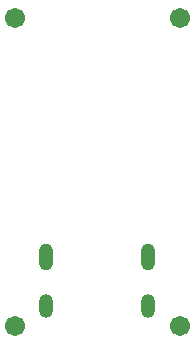
<source format=gbs>
G04*
G04 #@! TF.GenerationSoftware,Altium Limited,Altium Designer,24.2.2 (26)*
G04*
G04 Layer_Color=16711935*
%FSLAX44Y44*%
%MOMM*%
G71*
G04*
G04 #@! TF.SameCoordinates,EEB9E67A-43F7-4525-8043-77EAD86446EF*
G04*
G04*
G04 #@! TF.FilePolarity,Negative*
G04*
G01*
G75*
%ADD27O,1.1938X2.3114*%
%ADD28O,1.1938X2.0066*%
%ADD29C,1.7032*%
D27*
X39250Y77368D02*
D03*
X125650D02*
D03*
D28*
Y35568D02*
D03*
X39250D02*
D03*
D29*
X12700Y19050D02*
D03*
Y279400D02*
D03*
X152400D02*
D03*
Y19050D02*
D03*
M02*

</source>
